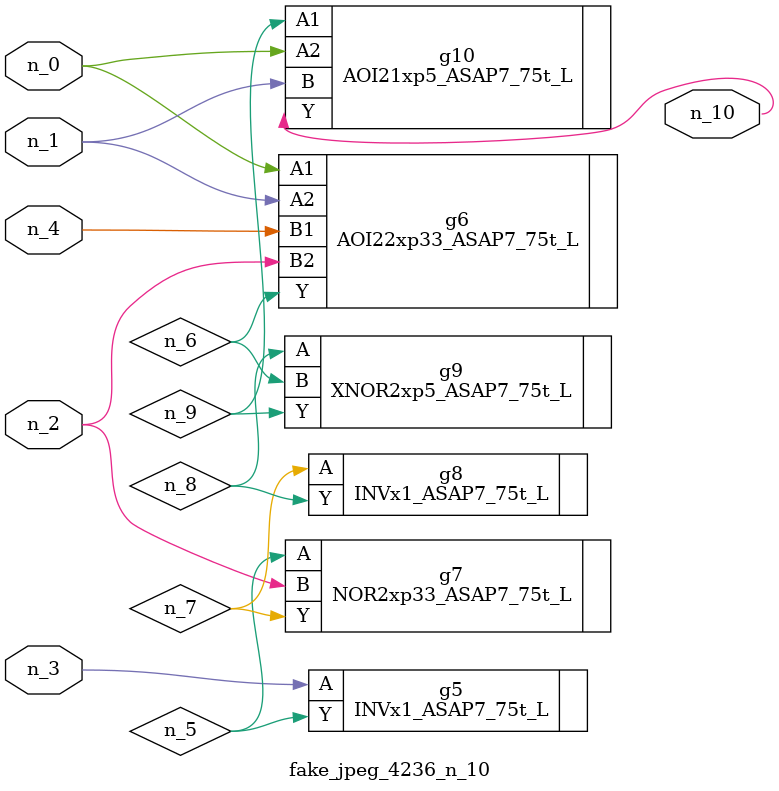
<source format=v>
module fake_jpeg_4236_n_10 (n_3, n_2, n_1, n_0, n_4, n_10);

input n_3;
input n_2;
input n_1;
input n_0;
input n_4;

output n_10;

wire n_8;
wire n_9;
wire n_6;
wire n_5;
wire n_7;

INVx1_ASAP7_75t_L g5 ( 
.A(n_3),
.Y(n_5)
);

AOI22xp33_ASAP7_75t_L g6 ( 
.A1(n_0),
.A2(n_1),
.B1(n_4),
.B2(n_2),
.Y(n_6)
);

NOR2xp33_ASAP7_75t_L g7 ( 
.A(n_5),
.B(n_2),
.Y(n_7)
);

INVx1_ASAP7_75t_L g8 ( 
.A(n_7),
.Y(n_8)
);

XNOR2xp5_ASAP7_75t_L g9 ( 
.A(n_8),
.B(n_6),
.Y(n_9)
);

AOI21xp5_ASAP7_75t_L g10 ( 
.A1(n_9),
.A2(n_0),
.B(n_1),
.Y(n_10)
);


endmodule
</source>
